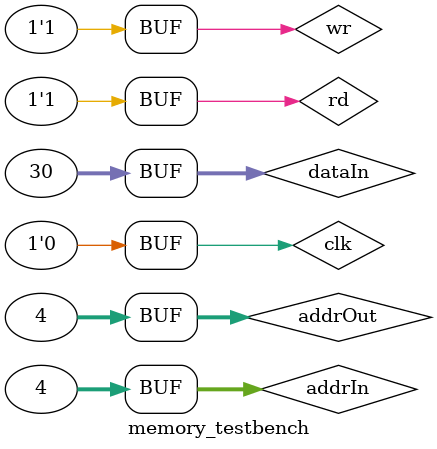
<source format=v>
/*
  Manipulate the registers

  Input:
    clk		: clock signal
    addrIn  : 32-bit input address
    addrOut : 32-bit output address
    dataIn  : 32-bit input data
    wr      : write signal
    rd1		: read signals

  Output:
    dataOut: data at the requested address
*/
module memory(
	input wire clk,
	input wire [31:0] addrIn,
	input wire [31:0] addrOut,
	input wire [31:0] dataIn,
	input wire wr, rd,
	output wire [31:0] dataOut) ;
	
	reg [7:0] mem [31:0];
	reg [31:0] out;
	
	reg [7:0] a,b,c,d;
	
	integer i;		

	assign dataOut = {a,b,c,d};
	
	// Initial Block
	initial begin
		for (i=0; i < 32; i = i + 1) 
			mem[i] = 8'b0;
	end
	
//	always @(posedge clk) begin
//		if (wr) begin
//			mem[addrIn] <= dataIn[7:0];
//			
//			if (addrIn < (~32'b0)) mem[addrIn + 32'b1] <= dataIn[15:8];
//			else mem[addrIn - (~32'b0) + 32'b1] <= dataIn[15:8];
//			
//			if (addrIn + 32'b1 < (~32'b0)) mem[addrIn + 32'b10] <= dataIn[23:16];
//			else mem[addrIn - (~32'b0) + 32'b10] <= dataIn[23:16]; 
//			
//			if (addrIn + 32'b10 < (~32'b0)) mem[addrIn + 32'b11] <= dataIn[31:24];
//			else mem[addrIn - (~32'b0) + 32'b11] <= dataIn[31:24];
//		end
//		if (rd) begin
//			out[7:0] <= mem[addrOut];
//			
//			if (addrOut < (~32'b0)) out[15:8] <= mem[addrOut + 32'b1];
//			else out[15:8] <= mem[addrOut - (~32'b0) + 32'b1];
//			
//			if (addrOut + 32'b1 < (~32'b0)) out[15:8] <= mem[addrOut + 32'b10];
//			else out[23:16] <= mem[addrOut - (~32'b0) + 32'b10];
//			
//			if (addrOut + 32'b10 < (~32'b0)) out[15:8] <= mem[addrOut + 32'b11];
//			else out[31:24] <= mem[addrOut - (~32'b0) + 32'b11];
//		end
//	end

	always @(posedge clk) begin
		if (wr) begin
			mem[addrIn] <= dataIn[7:0];
			
			if (addrIn < 31) mem[addrIn + 1] <= dataIn[15:8];
			else mem[addrIn - 31 + 1] <= dataIn[15:8];
			
			if (addrIn + 1 < 31) mem[addrIn + 2] <= dataIn[23:16];
			else mem[addrIn - 31 + 2] <= dataIn[23:16]; 
			
			if (addrIn + 2 < 31) mem[addrIn + 3] <= dataIn[31:24];
			else mem[addrIn - 31 + 3] <= dataIn[31:24];
		end
		if (rd) begin
			d <= mem[addrOut];
			
			if (addrOut < 31) c <= mem[addrOut + 1];
			else c <= mem[addrOut - 31 + 1];
			
			if (addrOut + 1 < 31) b <= mem[addrOut + 2];
			else b <= mem[addrOut - 31 + 2];
			
			if (addrOut + 2 < 31) a <= mem[addrOut + 3];
			else a <= mem[addrOut - 31 + 3];
		end
	end
endmodule

module memory_testbench();
	reg clk, wr, rd;
	reg [31:0] addrIn, addrOut;
	reg [31:0] dataIn;
	wire[31:0] dataOut;	

	memory dut(clk, addrIn, addrOut, dataIn, wr, rd, dataOut);

	// Set up the clock.
	always begin
		clk = 1; #5; clk = 0; #5;
	end

	// Set up the inputs to the design. Each line is a clock cycle.
	integer i;
	initial begin
																#10;
		addrIn <= 4; addrOut <= 4; dataIn <= 20;
		wr <= 1; rd <= 1;                        	#10;
																#10;
						dataIn <= 30;                 #10;
																#10;
  end
endmodule
</source>
